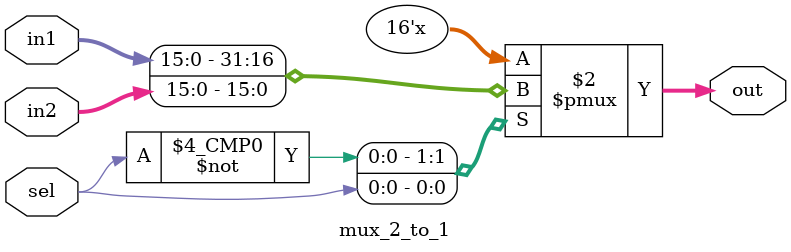
<source format=v>
module mux_2_to_1 
#(
  parameter WORD_LENGTH = 16
)
(
  input                        sel,
  input [WORD_LENGTH-1:0]      in1,
  input [WORD_LENGTH-1:0]      in2,
  output reg [WORD_LENGTH-1:0] out
);
  
  always@(sel or in1 or in2) begin
    out = 0;
    case(sel)
      1'd0: out = in1;
      1'd1: out = in2;
      default: out = 0;
    endcase
  end
  
endmodule
</source>
